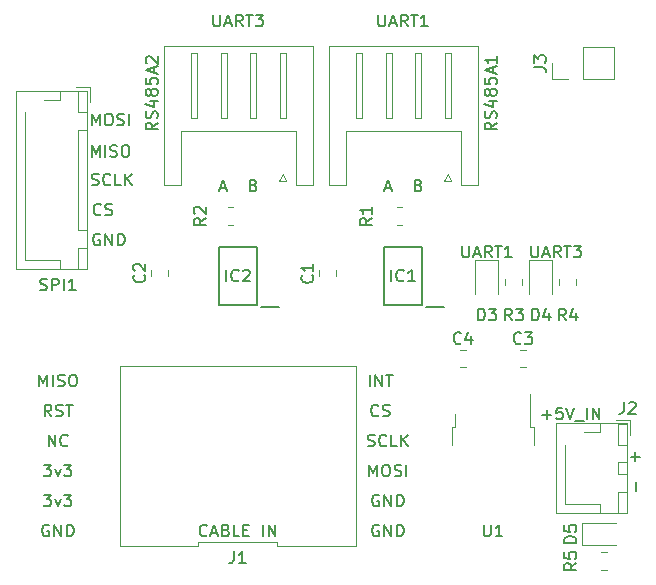
<source format=gto>
G04 #@! TF.GenerationSoftware,KiCad,Pcbnew,(5.1.10)-1*
G04 #@! TF.CreationDate,2021-07-06T11:56:46+05:30*
G04 #@! TF.ProjectId,STM_Morpho,53544d5f-4d6f-4727-9068-6f2e6b696361,rev?*
G04 #@! TF.SameCoordinates,PX7bfa480PY7270e00*
G04 #@! TF.FileFunction,Legend,Top*
G04 #@! TF.FilePolarity,Positive*
%FSLAX46Y46*%
G04 Gerber Fmt 4.6, Leading zero omitted, Abs format (unit mm)*
G04 Created by KiCad (PCBNEW (5.1.10)-1) date 2021-07-06 11:56:46*
%MOMM*%
%LPD*%
G01*
G04 APERTURE LIST*
%ADD10C,0.200000*%
%ADD11C,0.120000*%
G04 APERTURE END LIST*
D10*
X52792571Y27979620D02*
X52792571Y27170096D01*
X52840190Y27074858D01*
X52887809Y27027239D01*
X52983047Y26979620D01*
X53173523Y26979620D01*
X53268761Y27027239D01*
X53316380Y27074858D01*
X53364000Y27170096D01*
X53364000Y27979620D01*
X53792571Y27265334D02*
X54268761Y27265334D01*
X53697333Y26979620D02*
X54030666Y27979620D01*
X54364000Y26979620D01*
X55268761Y26979620D02*
X54935428Y27455810D01*
X54697333Y26979620D02*
X54697333Y27979620D01*
X55078285Y27979620D01*
X55173523Y27932000D01*
X55221142Y27884381D01*
X55268761Y27789143D01*
X55268761Y27646286D01*
X55221142Y27551048D01*
X55173523Y27503429D01*
X55078285Y27455810D01*
X54697333Y27455810D01*
X55554476Y27979620D02*
X56125904Y27979620D01*
X55840190Y26979620D02*
X55840190Y27979620D01*
X56364000Y27979620D02*
X56983047Y27979620D01*
X56649714Y27598667D01*
X56792571Y27598667D01*
X56887809Y27551048D01*
X56935428Y27503429D01*
X56983047Y27408191D01*
X56983047Y27170096D01*
X56935428Y27074858D01*
X56887809Y27027239D01*
X56792571Y26979620D01*
X56506857Y26979620D01*
X56411619Y27027239D01*
X56364000Y27074858D01*
X46950571Y27979620D02*
X46950571Y27170096D01*
X46998190Y27074858D01*
X47045809Y27027239D01*
X47141047Y26979620D01*
X47331523Y26979620D01*
X47426761Y27027239D01*
X47474380Y27074858D01*
X47522000Y27170096D01*
X47522000Y27979620D01*
X47950571Y27265334D02*
X48426761Y27265334D01*
X47855333Y26979620D02*
X48188666Y27979620D01*
X48522000Y26979620D01*
X49426761Y26979620D02*
X49093428Y27455810D01*
X48855333Y26979620D02*
X48855333Y27979620D01*
X49236285Y27979620D01*
X49331523Y27932000D01*
X49379142Y27884381D01*
X49426761Y27789143D01*
X49426761Y27646286D01*
X49379142Y27551048D01*
X49331523Y27503429D01*
X49236285Y27455810D01*
X48855333Y27455810D01*
X49712476Y27979620D02*
X50283904Y27979620D01*
X49998190Y26979620D02*
X49998190Y27979620D01*
X51141047Y26979620D02*
X50569619Y26979620D01*
X50855333Y26979620D02*
X50855333Y27979620D01*
X50760095Y27836762D01*
X50664857Y27741524D01*
X50569619Y27693905D01*
X61666428Y7239048D02*
X61666428Y8000953D01*
X61214047Y10088572D02*
X61975952Y10088572D01*
X61595000Y9707620D02*
X61595000Y10469524D01*
X53705428Y13644572D02*
X54467333Y13644572D01*
X54086380Y13263620D02*
X54086380Y14025524D01*
X55419714Y14263620D02*
X54943523Y14263620D01*
X54895904Y13787429D01*
X54943523Y13835048D01*
X55038761Y13882667D01*
X55276857Y13882667D01*
X55372095Y13835048D01*
X55419714Y13787429D01*
X55467333Y13692191D01*
X55467333Y13454096D01*
X55419714Y13358858D01*
X55372095Y13311239D01*
X55276857Y13263620D01*
X55038761Y13263620D01*
X54943523Y13311239D01*
X54895904Y13358858D01*
X55753047Y14263620D02*
X56086380Y13263620D01*
X56419714Y14263620D01*
X56514952Y13168381D02*
X57276857Y13168381D01*
X57514952Y13263620D02*
X57514952Y14263620D01*
X57991142Y13263620D02*
X57991142Y14263620D01*
X58562571Y13263620D01*
X58562571Y14263620D01*
X25320952Y3452858D02*
X25273333Y3405239D01*
X25130476Y3357620D01*
X25035238Y3357620D01*
X24892380Y3405239D01*
X24797142Y3500477D01*
X24749523Y3595715D01*
X24701904Y3786191D01*
X24701904Y3929048D01*
X24749523Y4119524D01*
X24797142Y4214762D01*
X24892380Y4310000D01*
X25035238Y4357620D01*
X25130476Y4357620D01*
X25273333Y4310000D01*
X25320952Y4262381D01*
X25701904Y3643334D02*
X26178095Y3643334D01*
X25606666Y3357620D02*
X25940000Y4357620D01*
X26273333Y3357620D01*
X26940000Y3881429D02*
X27082857Y3833810D01*
X27130476Y3786191D01*
X27178095Y3690953D01*
X27178095Y3548096D01*
X27130476Y3452858D01*
X27082857Y3405239D01*
X26987619Y3357620D01*
X26606666Y3357620D01*
X26606666Y4357620D01*
X26940000Y4357620D01*
X27035238Y4310000D01*
X27082857Y4262381D01*
X27130476Y4167143D01*
X27130476Y4071905D01*
X27082857Y3976667D01*
X27035238Y3929048D01*
X26940000Y3881429D01*
X26606666Y3881429D01*
X28082857Y3357620D02*
X27606666Y3357620D01*
X27606666Y4357620D01*
X28416190Y3881429D02*
X28749523Y3881429D01*
X28892380Y3357620D02*
X28416190Y3357620D01*
X28416190Y4357620D01*
X28892380Y4357620D01*
X30082857Y3357620D02*
X30082857Y4357620D01*
X30559047Y3357620D02*
X30559047Y4357620D01*
X31130476Y3357620D01*
X31130476Y4357620D01*
X43251428Y33091429D02*
X43394285Y33043810D01*
X43441904Y32996191D01*
X43489523Y32900953D01*
X43489523Y32758096D01*
X43441904Y32662858D01*
X43394285Y32615239D01*
X43299047Y32567620D01*
X42918095Y32567620D01*
X42918095Y33567620D01*
X43251428Y33567620D01*
X43346666Y33520000D01*
X43394285Y33472381D01*
X43441904Y33377143D01*
X43441904Y33281905D01*
X43394285Y33186667D01*
X43346666Y33139048D01*
X43251428Y33091429D01*
X42918095Y33091429D01*
X40401904Y32853334D02*
X40878095Y32853334D01*
X40306666Y32567620D02*
X40640000Y33567620D01*
X40973333Y32567620D01*
X29281428Y33091429D02*
X29424285Y33043810D01*
X29471904Y32996191D01*
X29519523Y32900953D01*
X29519523Y32758096D01*
X29471904Y32662858D01*
X29424285Y32615239D01*
X29329047Y32567620D01*
X28948095Y32567620D01*
X28948095Y33567620D01*
X29281428Y33567620D01*
X29376666Y33520000D01*
X29424285Y33472381D01*
X29471904Y33377143D01*
X29471904Y33281905D01*
X29424285Y33186667D01*
X29376666Y33139048D01*
X29281428Y33091429D01*
X28948095Y33091429D01*
X26431904Y32853334D02*
X26908095Y32853334D01*
X26336666Y32567620D02*
X26670000Y33567620D01*
X27003333Y32567620D01*
X16256095Y28948000D02*
X16160857Y28995620D01*
X16018000Y28995620D01*
X15875142Y28948000D01*
X15779904Y28852762D01*
X15732285Y28757524D01*
X15684666Y28567048D01*
X15684666Y28424191D01*
X15732285Y28233715D01*
X15779904Y28138477D01*
X15875142Y28043239D01*
X16018000Y27995620D01*
X16113238Y27995620D01*
X16256095Y28043239D01*
X16303714Y28090858D01*
X16303714Y28424191D01*
X16113238Y28424191D01*
X16732285Y27995620D02*
X16732285Y28995620D01*
X17303714Y27995620D01*
X17303714Y28995620D01*
X17779904Y27995620D02*
X17779904Y28995620D01*
X18018000Y28995620D01*
X18160857Y28948000D01*
X18256095Y28852762D01*
X18303714Y28757524D01*
X18351333Y28567048D01*
X18351333Y28424191D01*
X18303714Y28233715D01*
X18256095Y28138477D01*
X18160857Y28043239D01*
X18018000Y27995620D01*
X17779904Y27995620D01*
X16343333Y30630858D02*
X16295714Y30583239D01*
X16152857Y30535620D01*
X16057619Y30535620D01*
X15914761Y30583239D01*
X15819523Y30678477D01*
X15771904Y30773715D01*
X15724285Y30964191D01*
X15724285Y31107048D01*
X15771904Y31297524D01*
X15819523Y31392762D01*
X15914761Y31488000D01*
X16057619Y31535620D01*
X16152857Y31535620D01*
X16295714Y31488000D01*
X16343333Y31440381D01*
X16724285Y30583239D02*
X16867142Y30535620D01*
X17105238Y30535620D01*
X17200476Y30583239D01*
X17248095Y30630858D01*
X17295714Y30726096D01*
X17295714Y30821334D01*
X17248095Y30916572D01*
X17200476Y30964191D01*
X17105238Y31011810D01*
X16914761Y31059429D01*
X16819523Y31107048D01*
X16771904Y31154667D01*
X16724285Y31249905D01*
X16724285Y31345143D01*
X16771904Y31440381D01*
X16819523Y31488000D01*
X16914761Y31535620D01*
X17152857Y31535620D01*
X17295714Y31488000D01*
X15581523Y33123239D02*
X15724380Y33075620D01*
X15962476Y33075620D01*
X16057714Y33123239D01*
X16105333Y33170858D01*
X16152952Y33266096D01*
X16152952Y33361334D01*
X16105333Y33456572D01*
X16057714Y33504191D01*
X15962476Y33551810D01*
X15772000Y33599429D01*
X15676761Y33647048D01*
X15629142Y33694667D01*
X15581523Y33789905D01*
X15581523Y33885143D01*
X15629142Y33980381D01*
X15676761Y34028000D01*
X15772000Y34075620D01*
X16010095Y34075620D01*
X16152952Y34028000D01*
X17152952Y33170858D02*
X17105333Y33123239D01*
X16962476Y33075620D01*
X16867238Y33075620D01*
X16724380Y33123239D01*
X16629142Y33218477D01*
X16581523Y33313715D01*
X16533904Y33504191D01*
X16533904Y33647048D01*
X16581523Y33837524D01*
X16629142Y33932762D01*
X16724380Y34028000D01*
X16867238Y34075620D01*
X16962476Y34075620D01*
X17105333Y34028000D01*
X17152952Y33980381D01*
X18057714Y33075620D02*
X17581523Y33075620D01*
X17581523Y34075620D01*
X18391047Y33075620D02*
X18391047Y34075620D01*
X18962476Y33075620D02*
X18533904Y33647048D01*
X18962476Y34075620D02*
X18391047Y33504191D01*
X15573571Y35488620D02*
X15573571Y36488620D01*
X15906904Y35774334D01*
X16240238Y36488620D01*
X16240238Y35488620D01*
X16716428Y35488620D02*
X16716428Y36488620D01*
X17145000Y35536239D02*
X17287857Y35488620D01*
X17525952Y35488620D01*
X17621190Y35536239D01*
X17668809Y35583858D01*
X17716428Y35679096D01*
X17716428Y35774334D01*
X17668809Y35869572D01*
X17621190Y35917191D01*
X17525952Y35964810D01*
X17335476Y36012429D01*
X17240238Y36060048D01*
X17192619Y36107667D01*
X17145000Y36202905D01*
X17145000Y36298143D01*
X17192619Y36393381D01*
X17240238Y36441000D01*
X17335476Y36488620D01*
X17573571Y36488620D01*
X17716428Y36441000D01*
X18335476Y36488620D02*
X18525952Y36488620D01*
X18621190Y36441000D01*
X18716428Y36345762D01*
X18764047Y36155286D01*
X18764047Y35821953D01*
X18716428Y35631477D01*
X18621190Y35536239D01*
X18525952Y35488620D01*
X18335476Y35488620D01*
X18240238Y35536239D01*
X18145000Y35631477D01*
X18097380Y35821953D01*
X18097380Y36155286D01*
X18145000Y36345762D01*
X18240238Y36441000D01*
X18335476Y36488620D01*
X15573571Y38155620D02*
X15573571Y39155620D01*
X15906904Y38441334D01*
X16240238Y39155620D01*
X16240238Y38155620D01*
X16906904Y39155620D02*
X17097380Y39155620D01*
X17192619Y39108000D01*
X17287857Y39012762D01*
X17335476Y38822286D01*
X17335476Y38488953D01*
X17287857Y38298477D01*
X17192619Y38203239D01*
X17097380Y38155620D01*
X16906904Y38155620D01*
X16811666Y38203239D01*
X16716428Y38298477D01*
X16668809Y38488953D01*
X16668809Y38822286D01*
X16716428Y39012762D01*
X16811666Y39108000D01*
X16906904Y39155620D01*
X17716428Y38203239D02*
X17859285Y38155620D01*
X18097380Y38155620D01*
X18192619Y38203239D01*
X18240238Y38250858D01*
X18287857Y38346096D01*
X18287857Y38441334D01*
X18240238Y38536572D01*
X18192619Y38584191D01*
X18097380Y38631810D01*
X17906904Y38679429D01*
X17811666Y38727048D01*
X17764047Y38774667D01*
X17716428Y38869905D01*
X17716428Y38965143D01*
X17764047Y39060381D01*
X17811666Y39108000D01*
X17906904Y39155620D01*
X18145000Y39155620D01*
X18287857Y39108000D01*
X18716428Y38155620D02*
X18716428Y39155620D01*
X25868571Y47537620D02*
X25868571Y46728096D01*
X25916190Y46632858D01*
X25963809Y46585239D01*
X26059047Y46537620D01*
X26249523Y46537620D01*
X26344761Y46585239D01*
X26392380Y46632858D01*
X26440000Y46728096D01*
X26440000Y47537620D01*
X26868571Y46823334D02*
X27344761Y46823334D01*
X26773333Y46537620D02*
X27106666Y47537620D01*
X27440000Y46537620D01*
X28344761Y46537620D02*
X28011428Y47013810D01*
X27773333Y46537620D02*
X27773333Y47537620D01*
X28154285Y47537620D01*
X28249523Y47490000D01*
X28297142Y47442381D01*
X28344761Y47347143D01*
X28344761Y47204286D01*
X28297142Y47109048D01*
X28249523Y47061429D01*
X28154285Y47013810D01*
X27773333Y47013810D01*
X28630476Y47537620D02*
X29201904Y47537620D01*
X28916190Y46537620D02*
X28916190Y47537620D01*
X29440000Y47537620D02*
X30059047Y47537620D01*
X29725714Y47156667D01*
X29868571Y47156667D01*
X29963809Y47109048D01*
X30011428Y47061429D01*
X30059047Y46966191D01*
X30059047Y46728096D01*
X30011428Y46632858D01*
X29963809Y46585239D01*
X29868571Y46537620D01*
X29582857Y46537620D01*
X29487619Y46585239D01*
X29440000Y46632858D01*
X39838571Y47537620D02*
X39838571Y46728096D01*
X39886190Y46632858D01*
X39933809Y46585239D01*
X40029047Y46537620D01*
X40219523Y46537620D01*
X40314761Y46585239D01*
X40362380Y46632858D01*
X40410000Y46728096D01*
X40410000Y47537620D01*
X40838571Y46823334D02*
X41314761Y46823334D01*
X40743333Y46537620D02*
X41076666Y47537620D01*
X41410000Y46537620D01*
X42314761Y46537620D02*
X41981428Y47013810D01*
X41743333Y46537620D02*
X41743333Y47537620D01*
X42124285Y47537620D01*
X42219523Y47490000D01*
X42267142Y47442381D01*
X42314761Y47347143D01*
X42314761Y47204286D01*
X42267142Y47109048D01*
X42219523Y47061429D01*
X42124285Y47013810D01*
X41743333Y47013810D01*
X42600476Y47537620D02*
X43171904Y47537620D01*
X42886190Y46537620D02*
X42886190Y47537620D01*
X44029047Y46537620D02*
X43457619Y46537620D01*
X43743333Y46537620D02*
X43743333Y47537620D01*
X43648095Y47394762D01*
X43552857Y47299524D01*
X43457619Y47251905D01*
D11*
G04 #@! TO.C,RS485A2*
X31450000Y33460000D02*
X31750000Y34060000D01*
X32050000Y33460000D02*
X31450000Y33460000D01*
X31750000Y34060000D02*
X32050000Y33460000D01*
X24000000Y38760000D02*
X24500000Y38760000D01*
X24000000Y44260000D02*
X24000000Y38760000D01*
X24500000Y44260000D02*
X24000000Y44260000D01*
X24500000Y38760000D02*
X24500000Y44260000D01*
X26500000Y38760000D02*
X27000000Y38760000D01*
X26500000Y44260000D02*
X26500000Y38760000D01*
X27000000Y44260000D02*
X26500000Y44260000D01*
X27000000Y38760000D02*
X27000000Y44260000D01*
X29000000Y38760000D02*
X29500000Y38760000D01*
X29000000Y44260000D02*
X29000000Y38760000D01*
X29500000Y44260000D02*
X29000000Y44260000D01*
X29500000Y38760000D02*
X29500000Y44260000D01*
X31500000Y38760000D02*
X32000000Y38760000D01*
X31500000Y44260000D02*
X31500000Y38760000D01*
X32000000Y44260000D02*
X31500000Y44260000D01*
X32000000Y38760000D02*
X32000000Y44260000D01*
X23110000Y37650000D02*
X28000000Y37650000D01*
X23110000Y33150000D02*
X23110000Y37650000D01*
X21690000Y33150000D02*
X23110000Y33150000D01*
X21690000Y44870000D02*
X21690000Y33150000D01*
X28000000Y44870000D02*
X21690000Y44870000D01*
X32890000Y37650000D02*
X28000000Y37650000D01*
X32890000Y33150000D02*
X32890000Y37650000D01*
X34310000Y33150000D02*
X32890000Y33150000D01*
X34310000Y44870000D02*
X34310000Y33150000D01*
X28000000Y44870000D02*
X34310000Y44870000D01*
G04 #@! TO.C,R5*
X58716936Y535000D02*
X59171064Y535000D01*
X58716936Y2005000D02*
X59171064Y2005000D01*
G04 #@! TO.C,R4*
X55145000Y25135064D02*
X55145000Y24680936D01*
X56615000Y25135064D02*
X56615000Y24680936D01*
G04 #@! TO.C,R3*
X50573000Y25135064D02*
X50573000Y24680936D01*
X52043000Y25135064D02*
X52043000Y24680936D01*
G04 #@! TO.C,R2*
X27532064Y31215000D02*
X27077936Y31215000D01*
X27532064Y29745000D02*
X27077936Y29745000D01*
G04 #@! TO.C,D5*
X57059000Y2596000D02*
X59919000Y2596000D01*
X57059000Y4516000D02*
X57059000Y2596000D01*
X59919000Y4516000D02*
X57059000Y4516000D01*
G04 #@! TO.C,D4*
X52634000Y26743000D02*
X52634000Y23883000D01*
X54554000Y26743000D02*
X52634000Y26743000D01*
X54554000Y23883000D02*
X54554000Y26743000D01*
G04 #@! TO.C,D3*
X48062000Y26743000D02*
X48062000Y23883000D01*
X49982000Y26743000D02*
X48062000Y26743000D01*
X49982000Y23883000D02*
X49982000Y26743000D01*
G04 #@! TO.C,C2*
X22071000Y25392748D02*
X22071000Y25915252D01*
X20601000Y25392748D02*
X20601000Y25915252D01*
G04 #@! TO.C,J3*
X54550000Y42104000D02*
X54550000Y43434000D01*
X55880000Y42104000D02*
X54550000Y42104000D01*
X57150000Y42104000D02*
X57150000Y44764000D01*
X57150000Y44764000D02*
X59750000Y44764000D01*
X57150000Y42104000D02*
X59750000Y42104000D01*
X59750000Y42104000D02*
X59750000Y44764000D01*
G04 #@! TO.C,J1*
X37940000Y2560000D02*
X37940000Y17759999D01*
X37940000Y17759999D02*
X17940000Y17760000D01*
X17940000Y17760000D02*
X17940000Y2560001D01*
X17940000Y2560001D02*
X24606667Y2560000D01*
X24606667Y2560000D02*
X24606667Y2920000D01*
X24606667Y2920000D02*
X31273333Y2920000D01*
X31273333Y2920000D02*
X31273333Y2560000D01*
X31273333Y2560000D02*
X37940000Y2560000D01*
G04 #@! TO.C,SPI1*
X15450000Y41378000D02*
X14200000Y41378000D01*
X15450000Y40128000D02*
X15450000Y41378000D01*
X9950000Y26728000D02*
X9950000Y33528000D01*
X12900000Y26728000D02*
X9950000Y26728000D01*
X12900000Y25978000D02*
X12900000Y26728000D01*
X9950000Y33528000D02*
X9950000Y39268000D01*
X12900000Y40328000D02*
X11560000Y40328000D01*
X12900000Y41078000D02*
X12900000Y40328000D01*
X15150000Y25978000D02*
X15150000Y27778000D01*
X14400000Y25978000D02*
X15150000Y25978000D01*
X14400000Y27778000D02*
X14400000Y25978000D01*
X15150000Y27778000D02*
X14400000Y27778000D01*
X15150000Y39278000D02*
X15150000Y41078000D01*
X14400000Y39278000D02*
X15150000Y39278000D01*
X14400000Y41078000D02*
X14400000Y39278000D01*
X15150000Y41078000D02*
X14400000Y41078000D01*
X15150000Y29278000D02*
X15150000Y37778000D01*
X14400000Y29278000D02*
X15150000Y29278000D01*
X14400000Y37778000D02*
X14400000Y29278000D01*
X15150000Y37778000D02*
X14400000Y37778000D01*
X15160000Y25968000D02*
X15160000Y41088000D01*
X9190000Y25968000D02*
X15160000Y25968000D01*
X9190000Y41088000D02*
X9190000Y25968000D01*
X15160000Y41088000D02*
X9190000Y41088000D01*
G04 #@! TO.C,U1*
X46350000Y12630000D02*
X46350000Y13730000D01*
X46080000Y12630000D02*
X46350000Y12630000D01*
X46080000Y11130000D02*
X46080000Y12630000D01*
X52710000Y12630000D02*
X52710000Y15460000D01*
X52980000Y12630000D02*
X52710000Y12630000D01*
X52980000Y11130000D02*
X52980000Y12630000D01*
G04 #@! TO.C,J2*
X61170000Y13224000D02*
X59920000Y13224000D01*
X61170000Y11974000D02*
X61170000Y13224000D01*
X55670000Y6074000D02*
X55670000Y9124000D01*
X58620000Y6074000D02*
X55670000Y6074000D01*
X58620000Y5324000D02*
X58620000Y6074000D01*
X55670000Y9124000D02*
X55670000Y11114000D01*
X58620000Y12174000D02*
X57280000Y12174000D01*
X58620000Y12924000D02*
X58620000Y12174000D01*
X60870000Y5324000D02*
X60870000Y7124000D01*
X60120000Y5324000D02*
X60870000Y5324000D01*
X60120000Y7124000D02*
X60120000Y5324000D01*
X60870000Y7124000D02*
X60120000Y7124000D01*
X60870000Y11124000D02*
X60870000Y12924000D01*
X60120000Y11124000D02*
X60870000Y11124000D01*
X60120000Y12924000D02*
X60120000Y11124000D01*
X60870000Y12924000D02*
X60120000Y12924000D01*
X60870000Y8624000D02*
X60870000Y9624000D01*
X60120000Y8624000D02*
X60870000Y8624000D01*
X60120000Y9624000D02*
X60120000Y8624000D01*
X60870000Y9624000D02*
X60120000Y9624000D01*
X60880000Y5314000D02*
X60880000Y12934000D01*
X54910000Y5314000D02*
X60880000Y5314000D01*
X54910000Y12934000D02*
X54910000Y5314000D01*
X60880000Y12934000D02*
X54910000Y12934000D01*
G04 #@! TO.C,C4*
X46728748Y17680000D02*
X47251252Y17680000D01*
X46728748Y19150000D02*
X47251252Y19150000D01*
G04 #@! TO.C,C3*
X51808748Y17680000D02*
X52331252Y17680000D01*
X51808748Y19150000D02*
X52331252Y19150000D01*
G04 #@! TO.C,R1*
X41867064Y31215000D02*
X41412936Y31215000D01*
X41867064Y29745000D02*
X41412936Y29745000D01*
G04 #@! TO.C,C1*
X36295000Y25371248D02*
X36295000Y25893752D01*
X34825000Y25371248D02*
X34825000Y25893752D01*
D10*
G04 #@! TO.C,IC1*
X45385000Y22820000D02*
X43860000Y22820000D01*
X43510000Y27850000D02*
X43510000Y22950000D01*
X40310000Y27850000D02*
X43510000Y27850000D01*
X40310000Y22950000D02*
X40310000Y27850000D01*
X43510000Y22950000D02*
X40310000Y22950000D01*
G04 #@! TO.C,IC2*
X29540000Y22950000D02*
X26340000Y22950000D01*
X26340000Y22950000D02*
X26340000Y27850000D01*
X26340000Y27850000D02*
X29540000Y27850000D01*
X29540000Y27850000D02*
X29540000Y22950000D01*
X31415000Y22820000D02*
X29890000Y22820000D01*
D11*
G04 #@! TO.C,RS485A1*
X45420000Y33460000D02*
X45720000Y34060000D01*
X46020000Y33460000D02*
X45420000Y33460000D01*
X45720000Y34060000D02*
X46020000Y33460000D01*
X37970000Y38760000D02*
X38470000Y38760000D01*
X37970000Y44260000D02*
X37970000Y38760000D01*
X38470000Y44260000D02*
X37970000Y44260000D01*
X38470000Y38760000D02*
X38470000Y44260000D01*
X40470000Y38760000D02*
X40970000Y38760000D01*
X40470000Y44260000D02*
X40470000Y38760000D01*
X40970000Y44260000D02*
X40470000Y44260000D01*
X40970000Y38760000D02*
X40970000Y44260000D01*
X42970000Y38760000D02*
X43470000Y38760000D01*
X42970000Y44260000D02*
X42970000Y38760000D01*
X43470000Y44260000D02*
X42970000Y44260000D01*
X43470000Y38760000D02*
X43470000Y44260000D01*
X45470000Y38760000D02*
X45970000Y38760000D01*
X45470000Y44260000D02*
X45470000Y38760000D01*
X45970000Y44260000D02*
X45470000Y44260000D01*
X45970000Y38760000D02*
X45970000Y44260000D01*
X37080000Y37650000D02*
X41970000Y37650000D01*
X37080000Y33150000D02*
X37080000Y37650000D01*
X35660000Y33150000D02*
X37080000Y33150000D01*
X35660000Y44870000D02*
X35660000Y33150000D01*
X41970000Y44870000D02*
X35660000Y44870000D01*
X46860000Y37650000D02*
X41970000Y37650000D01*
X46860000Y33150000D02*
X46860000Y37650000D01*
X48280000Y33150000D02*
X46860000Y33150000D01*
X48280000Y44870000D02*
X48280000Y33150000D01*
X41970000Y44870000D02*
X48280000Y44870000D01*
G04 #@! TO.C,RS485A2*
D10*
X21153380Y38394000D02*
X20677190Y38060667D01*
X21153380Y37822572D02*
X20153380Y37822572D01*
X20153380Y38203524D01*
X20201000Y38298762D01*
X20248619Y38346381D01*
X20343857Y38394000D01*
X20486714Y38394000D01*
X20581952Y38346381D01*
X20629571Y38298762D01*
X20677190Y38203524D01*
X20677190Y37822572D01*
X21105761Y38774953D02*
X21153380Y38917810D01*
X21153380Y39155905D01*
X21105761Y39251143D01*
X21058142Y39298762D01*
X20962904Y39346381D01*
X20867666Y39346381D01*
X20772428Y39298762D01*
X20724809Y39251143D01*
X20677190Y39155905D01*
X20629571Y38965429D01*
X20581952Y38870191D01*
X20534333Y38822572D01*
X20439095Y38774953D01*
X20343857Y38774953D01*
X20248619Y38822572D01*
X20201000Y38870191D01*
X20153380Y38965429D01*
X20153380Y39203524D01*
X20201000Y39346381D01*
X20486714Y40203524D02*
X21153380Y40203524D01*
X20105761Y39965429D02*
X20820047Y39727334D01*
X20820047Y40346381D01*
X20581952Y40870191D02*
X20534333Y40774953D01*
X20486714Y40727334D01*
X20391476Y40679715D01*
X20343857Y40679715D01*
X20248619Y40727334D01*
X20201000Y40774953D01*
X20153380Y40870191D01*
X20153380Y41060667D01*
X20201000Y41155905D01*
X20248619Y41203524D01*
X20343857Y41251143D01*
X20391476Y41251143D01*
X20486714Y41203524D01*
X20534333Y41155905D01*
X20581952Y41060667D01*
X20581952Y40870191D01*
X20629571Y40774953D01*
X20677190Y40727334D01*
X20772428Y40679715D01*
X20962904Y40679715D01*
X21058142Y40727334D01*
X21105761Y40774953D01*
X21153380Y40870191D01*
X21153380Y41060667D01*
X21105761Y41155905D01*
X21058142Y41203524D01*
X20962904Y41251143D01*
X20772428Y41251143D01*
X20677190Y41203524D01*
X20629571Y41155905D01*
X20581952Y41060667D01*
X20153380Y42155905D02*
X20153380Y41679715D01*
X20629571Y41632096D01*
X20581952Y41679715D01*
X20534333Y41774953D01*
X20534333Y42013048D01*
X20581952Y42108286D01*
X20629571Y42155905D01*
X20724809Y42203524D01*
X20962904Y42203524D01*
X21058142Y42155905D01*
X21105761Y42108286D01*
X21153380Y42013048D01*
X21153380Y41774953D01*
X21105761Y41679715D01*
X21058142Y41632096D01*
X20867666Y42584477D02*
X20867666Y43060667D01*
X21153380Y42489239D02*
X20153380Y42822572D01*
X21153380Y43155905D01*
X20248619Y43441620D02*
X20201000Y43489239D01*
X20153380Y43584477D01*
X20153380Y43822572D01*
X20201000Y43917810D01*
X20248619Y43965429D01*
X20343857Y44013048D01*
X20439095Y44013048D01*
X20581952Y43965429D01*
X21153380Y43394000D01*
X21153380Y44013048D01*
G04 #@! TO.C,R5*
X56586380Y1103334D02*
X56110190Y770000D01*
X56586380Y531905D02*
X55586380Y531905D01*
X55586380Y912858D01*
X55634000Y1008096D01*
X55681619Y1055715D01*
X55776857Y1103334D01*
X55919714Y1103334D01*
X56014952Y1055715D01*
X56062571Y1008096D01*
X56110190Y912858D01*
X56110190Y531905D01*
X55586380Y2008096D02*
X55586380Y1531905D01*
X56062571Y1484286D01*
X56014952Y1531905D01*
X55967333Y1627143D01*
X55967333Y1865239D01*
X56014952Y1960477D01*
X56062571Y2008096D01*
X56157809Y2055715D01*
X56395904Y2055715D01*
X56491142Y2008096D01*
X56538761Y1960477D01*
X56586380Y1865239D01*
X56586380Y1627143D01*
X56538761Y1531905D01*
X56491142Y1484286D01*
G04 #@! TO.C,R4*
X55713333Y21645620D02*
X55380000Y22121810D01*
X55141904Y21645620D02*
X55141904Y22645620D01*
X55522857Y22645620D01*
X55618095Y22598000D01*
X55665714Y22550381D01*
X55713333Y22455143D01*
X55713333Y22312286D01*
X55665714Y22217048D01*
X55618095Y22169429D01*
X55522857Y22121810D01*
X55141904Y22121810D01*
X56570476Y22312286D02*
X56570476Y21645620D01*
X56332380Y22693239D02*
X56094285Y21978953D01*
X56713333Y21978953D01*
G04 #@! TO.C,R3*
X51141333Y21645620D02*
X50808000Y22121810D01*
X50569904Y21645620D02*
X50569904Y22645620D01*
X50950857Y22645620D01*
X51046095Y22598000D01*
X51093714Y22550381D01*
X51141333Y22455143D01*
X51141333Y22312286D01*
X51093714Y22217048D01*
X51046095Y22169429D01*
X50950857Y22121810D01*
X50569904Y22121810D01*
X51474666Y22645620D02*
X52093714Y22645620D01*
X51760380Y22264667D01*
X51903238Y22264667D01*
X51998476Y22217048D01*
X52046095Y22169429D01*
X52093714Y22074191D01*
X52093714Y21836096D01*
X52046095Y21740858D01*
X51998476Y21693239D01*
X51903238Y21645620D01*
X51617523Y21645620D01*
X51522285Y21693239D01*
X51474666Y21740858D01*
G04 #@! TO.C,R2*
X25217380Y30313334D02*
X24741190Y29980000D01*
X25217380Y29741905D02*
X24217380Y29741905D01*
X24217380Y30122858D01*
X24265000Y30218096D01*
X24312619Y30265715D01*
X24407857Y30313334D01*
X24550714Y30313334D01*
X24645952Y30265715D01*
X24693571Y30218096D01*
X24741190Y30122858D01*
X24741190Y29741905D01*
X24312619Y30694286D02*
X24265000Y30741905D01*
X24217380Y30837143D01*
X24217380Y31075239D01*
X24265000Y31170477D01*
X24312619Y31218096D01*
X24407857Y31265715D01*
X24503095Y31265715D01*
X24645952Y31218096D01*
X25217380Y30646667D01*
X25217380Y31265715D01*
G04 #@! TO.C,D5*
X56586380Y2817905D02*
X55586380Y2817905D01*
X55586380Y3056000D01*
X55634000Y3198858D01*
X55729238Y3294096D01*
X55824476Y3341715D01*
X56014952Y3389334D01*
X56157809Y3389334D01*
X56348285Y3341715D01*
X56443523Y3294096D01*
X56538761Y3198858D01*
X56586380Y3056000D01*
X56586380Y2817905D01*
X55586380Y4294096D02*
X55586380Y3817905D01*
X56062571Y3770286D01*
X56014952Y3817905D01*
X55967333Y3913143D01*
X55967333Y4151239D01*
X56014952Y4246477D01*
X56062571Y4294096D01*
X56157809Y4341715D01*
X56395904Y4341715D01*
X56491142Y4294096D01*
X56538761Y4246477D01*
X56586380Y4151239D01*
X56586380Y3913143D01*
X56538761Y3817905D01*
X56491142Y3770286D01*
G04 #@! TO.C,D4*
X52855904Y21645620D02*
X52855904Y22645620D01*
X53094000Y22645620D01*
X53236857Y22598000D01*
X53332095Y22502762D01*
X53379714Y22407524D01*
X53427333Y22217048D01*
X53427333Y22074191D01*
X53379714Y21883715D01*
X53332095Y21788477D01*
X53236857Y21693239D01*
X53094000Y21645620D01*
X52855904Y21645620D01*
X54284476Y22312286D02*
X54284476Y21645620D01*
X54046380Y22693239D02*
X53808285Y21978953D01*
X54427333Y21978953D01*
G04 #@! TO.C,D3*
X48283904Y21645620D02*
X48283904Y22645620D01*
X48522000Y22645620D01*
X48664857Y22598000D01*
X48760095Y22502762D01*
X48807714Y22407524D01*
X48855333Y22217048D01*
X48855333Y22074191D01*
X48807714Y21883715D01*
X48760095Y21788477D01*
X48664857Y21693239D01*
X48522000Y21645620D01*
X48283904Y21645620D01*
X49188666Y22645620D02*
X49807714Y22645620D01*
X49474380Y22264667D01*
X49617238Y22264667D01*
X49712476Y22217048D01*
X49760095Y22169429D01*
X49807714Y22074191D01*
X49807714Y21836096D01*
X49760095Y21740858D01*
X49712476Y21693239D01*
X49617238Y21645620D01*
X49331523Y21645620D01*
X49236285Y21693239D01*
X49188666Y21740858D01*
G04 #@! TO.C,C2*
X20013142Y25487334D02*
X20060761Y25439715D01*
X20108380Y25296858D01*
X20108380Y25201620D01*
X20060761Y25058762D01*
X19965523Y24963524D01*
X19870285Y24915905D01*
X19679809Y24868286D01*
X19536952Y24868286D01*
X19346476Y24915905D01*
X19251238Y24963524D01*
X19156000Y25058762D01*
X19108380Y25201620D01*
X19108380Y25296858D01*
X19156000Y25439715D01*
X19203619Y25487334D01*
X19203619Y25868286D02*
X19156000Y25915905D01*
X19108380Y26011143D01*
X19108380Y26249239D01*
X19156000Y26344477D01*
X19203619Y26392096D01*
X19298857Y26439715D01*
X19394095Y26439715D01*
X19536952Y26392096D01*
X20108380Y25820667D01*
X20108380Y26439715D01*
G04 #@! TO.C,J3*
X53002380Y43100667D02*
X53716666Y43100667D01*
X53859523Y43053048D01*
X53954761Y42957810D01*
X54002380Y42814953D01*
X54002380Y42719715D01*
X53002380Y43481620D02*
X53002380Y44100667D01*
X53383333Y43767334D01*
X53383333Y43910191D01*
X53430952Y44005429D01*
X53478571Y44053048D01*
X53573809Y44100667D01*
X53811904Y44100667D01*
X53907142Y44053048D01*
X53954761Y44005429D01*
X54002380Y43910191D01*
X54002380Y43624477D01*
X53954761Y43529239D01*
X53907142Y43481620D01*
G04 #@! TO.C,J1*
X27606666Y2107620D02*
X27606666Y1393334D01*
X27559047Y1250477D01*
X27463809Y1155239D01*
X27320952Y1107620D01*
X27225714Y1107620D01*
X28606666Y1107620D02*
X28035238Y1107620D01*
X28320952Y1107620D02*
X28320952Y2107620D01*
X28225714Y1964762D01*
X28130476Y1869524D01*
X28035238Y1821905D01*
X11128571Y16057620D02*
X11128571Y17057620D01*
X11461904Y16343334D01*
X11795238Y17057620D01*
X11795238Y16057620D01*
X12271428Y16057620D02*
X12271428Y17057620D01*
X12700000Y16105239D02*
X12842857Y16057620D01*
X13080952Y16057620D01*
X13176190Y16105239D01*
X13223809Y16152858D01*
X13271428Y16248096D01*
X13271428Y16343334D01*
X13223809Y16438572D01*
X13176190Y16486191D01*
X13080952Y16533810D01*
X12890476Y16581429D01*
X12795238Y16629048D01*
X12747619Y16676667D01*
X12700000Y16771905D01*
X12700000Y16867143D01*
X12747619Y16962381D01*
X12795238Y17010000D01*
X12890476Y17057620D01*
X13128571Y17057620D01*
X13271428Y17010000D01*
X13890476Y17057620D02*
X14080952Y17057620D01*
X14176190Y17010000D01*
X14271428Y16914762D01*
X14319047Y16724286D01*
X14319047Y16390953D01*
X14271428Y16200477D01*
X14176190Y16105239D01*
X14080952Y16057620D01*
X13890476Y16057620D01*
X13795238Y16105239D01*
X13700000Y16200477D01*
X13652380Y16390953D01*
X13652380Y16724286D01*
X13700000Y16914762D01*
X13795238Y17010000D01*
X13890476Y17057620D01*
X12152380Y13517620D02*
X11819047Y13993810D01*
X11580952Y13517620D02*
X11580952Y14517620D01*
X11961904Y14517620D01*
X12057142Y14470000D01*
X12104761Y14422381D01*
X12152380Y14327143D01*
X12152380Y14184286D01*
X12104761Y14089048D01*
X12057142Y14041429D01*
X11961904Y13993810D01*
X11580952Y13993810D01*
X12533333Y13565239D02*
X12676190Y13517620D01*
X12914285Y13517620D01*
X13009523Y13565239D01*
X13057142Y13612858D01*
X13104761Y13708096D01*
X13104761Y13803334D01*
X13057142Y13898572D01*
X13009523Y13946191D01*
X12914285Y13993810D01*
X12723809Y14041429D01*
X12628571Y14089048D01*
X12580952Y14136667D01*
X12533333Y14231905D01*
X12533333Y14327143D01*
X12580952Y14422381D01*
X12628571Y14470000D01*
X12723809Y14517620D01*
X12961904Y14517620D01*
X13104761Y14470000D01*
X13390476Y14517620D02*
X13961904Y14517620D01*
X13676190Y13517620D02*
X13676190Y14517620D01*
X11914285Y10977620D02*
X11914285Y11977620D01*
X12485714Y10977620D01*
X12485714Y11977620D01*
X13533333Y11072858D02*
X13485714Y11025239D01*
X13342857Y10977620D01*
X13247619Y10977620D01*
X13104761Y11025239D01*
X13009523Y11120477D01*
X12961904Y11215715D01*
X12914285Y11406191D01*
X12914285Y11549048D01*
X12961904Y11739524D01*
X13009523Y11834762D01*
X13104761Y11930000D01*
X13247619Y11977620D01*
X13342857Y11977620D01*
X13485714Y11930000D01*
X13533333Y11882381D01*
X11509523Y9437620D02*
X12128571Y9437620D01*
X11795238Y9056667D01*
X11938095Y9056667D01*
X12033333Y9009048D01*
X12080952Y8961429D01*
X12128571Y8866191D01*
X12128571Y8628096D01*
X12080952Y8532858D01*
X12033333Y8485239D01*
X11938095Y8437620D01*
X11652380Y8437620D01*
X11557142Y8485239D01*
X11509523Y8532858D01*
X12461904Y9104286D02*
X12700000Y8437620D01*
X12938095Y9104286D01*
X13223809Y9437620D02*
X13842857Y9437620D01*
X13509523Y9056667D01*
X13652380Y9056667D01*
X13747619Y9009048D01*
X13795238Y8961429D01*
X13842857Y8866191D01*
X13842857Y8628096D01*
X13795238Y8532858D01*
X13747619Y8485239D01*
X13652380Y8437620D01*
X13366666Y8437620D01*
X13271428Y8485239D01*
X13223809Y8532858D01*
X11509523Y6897620D02*
X12128571Y6897620D01*
X11795238Y6516667D01*
X11938095Y6516667D01*
X12033333Y6469048D01*
X12080952Y6421429D01*
X12128571Y6326191D01*
X12128571Y6088096D01*
X12080952Y5992858D01*
X12033333Y5945239D01*
X11938095Y5897620D01*
X11652380Y5897620D01*
X11557142Y5945239D01*
X11509523Y5992858D01*
X12461904Y6564286D02*
X12700000Y5897620D01*
X12938095Y6564286D01*
X13223809Y6897620D02*
X13842857Y6897620D01*
X13509523Y6516667D01*
X13652380Y6516667D01*
X13747619Y6469048D01*
X13795238Y6421429D01*
X13842857Y6326191D01*
X13842857Y6088096D01*
X13795238Y5992858D01*
X13747619Y5945239D01*
X13652380Y5897620D01*
X13366666Y5897620D01*
X13271428Y5945239D01*
X13223809Y5992858D01*
X11938095Y4310000D02*
X11842857Y4357620D01*
X11700000Y4357620D01*
X11557142Y4310000D01*
X11461904Y4214762D01*
X11414285Y4119524D01*
X11366666Y3929048D01*
X11366666Y3786191D01*
X11414285Y3595715D01*
X11461904Y3500477D01*
X11557142Y3405239D01*
X11700000Y3357620D01*
X11795238Y3357620D01*
X11938095Y3405239D01*
X11985714Y3452858D01*
X11985714Y3786191D01*
X11795238Y3786191D01*
X12414285Y3357620D02*
X12414285Y4357620D01*
X12985714Y3357620D01*
X12985714Y4357620D01*
X13461904Y3357620D02*
X13461904Y4357620D01*
X13700000Y4357620D01*
X13842857Y4310000D01*
X13938095Y4214762D01*
X13985714Y4119524D01*
X14033333Y3929048D01*
X14033333Y3786191D01*
X13985714Y3595715D01*
X13938095Y3500477D01*
X13842857Y3405239D01*
X13700000Y3357620D01*
X13461904Y3357620D01*
X39100238Y16057620D02*
X39100238Y17057620D01*
X39576428Y16057620D02*
X39576428Y17057620D01*
X40147857Y16057620D01*
X40147857Y17057620D01*
X40481190Y17057620D02*
X41052619Y17057620D01*
X40766904Y16057620D02*
X40766904Y17057620D01*
X39838333Y13612858D02*
X39790714Y13565239D01*
X39647857Y13517620D01*
X39552619Y13517620D01*
X39409761Y13565239D01*
X39314523Y13660477D01*
X39266904Y13755715D01*
X39219285Y13946191D01*
X39219285Y14089048D01*
X39266904Y14279524D01*
X39314523Y14374762D01*
X39409761Y14470000D01*
X39552619Y14517620D01*
X39647857Y14517620D01*
X39790714Y14470000D01*
X39838333Y14422381D01*
X40219285Y13565239D02*
X40362142Y13517620D01*
X40600238Y13517620D01*
X40695476Y13565239D01*
X40743095Y13612858D01*
X40790714Y13708096D01*
X40790714Y13803334D01*
X40743095Y13898572D01*
X40695476Y13946191D01*
X40600238Y13993810D01*
X40409761Y14041429D01*
X40314523Y14089048D01*
X40266904Y14136667D01*
X40219285Y14231905D01*
X40219285Y14327143D01*
X40266904Y14422381D01*
X40314523Y14470000D01*
X40409761Y14517620D01*
X40647857Y14517620D01*
X40790714Y14470000D01*
X38949523Y11025239D02*
X39092380Y10977620D01*
X39330476Y10977620D01*
X39425714Y11025239D01*
X39473333Y11072858D01*
X39520952Y11168096D01*
X39520952Y11263334D01*
X39473333Y11358572D01*
X39425714Y11406191D01*
X39330476Y11453810D01*
X39140000Y11501429D01*
X39044761Y11549048D01*
X38997142Y11596667D01*
X38949523Y11691905D01*
X38949523Y11787143D01*
X38997142Y11882381D01*
X39044761Y11930000D01*
X39140000Y11977620D01*
X39378095Y11977620D01*
X39520952Y11930000D01*
X40520952Y11072858D02*
X40473333Y11025239D01*
X40330476Y10977620D01*
X40235238Y10977620D01*
X40092380Y11025239D01*
X39997142Y11120477D01*
X39949523Y11215715D01*
X39901904Y11406191D01*
X39901904Y11549048D01*
X39949523Y11739524D01*
X39997142Y11834762D01*
X40092380Y11930000D01*
X40235238Y11977620D01*
X40330476Y11977620D01*
X40473333Y11930000D01*
X40520952Y11882381D01*
X41425714Y10977620D02*
X40949523Y10977620D01*
X40949523Y11977620D01*
X41759047Y10977620D02*
X41759047Y11977620D01*
X42330476Y10977620D02*
X41901904Y11549048D01*
X42330476Y11977620D02*
X41759047Y11406191D01*
X39068571Y8437620D02*
X39068571Y9437620D01*
X39401904Y8723334D01*
X39735238Y9437620D01*
X39735238Y8437620D01*
X40401904Y9437620D02*
X40592380Y9437620D01*
X40687619Y9390000D01*
X40782857Y9294762D01*
X40830476Y9104286D01*
X40830476Y8770953D01*
X40782857Y8580477D01*
X40687619Y8485239D01*
X40592380Y8437620D01*
X40401904Y8437620D01*
X40306666Y8485239D01*
X40211428Y8580477D01*
X40163809Y8770953D01*
X40163809Y9104286D01*
X40211428Y9294762D01*
X40306666Y9390000D01*
X40401904Y9437620D01*
X41211428Y8485239D02*
X41354285Y8437620D01*
X41592380Y8437620D01*
X41687619Y8485239D01*
X41735238Y8532858D01*
X41782857Y8628096D01*
X41782857Y8723334D01*
X41735238Y8818572D01*
X41687619Y8866191D01*
X41592380Y8913810D01*
X41401904Y8961429D01*
X41306666Y9009048D01*
X41259047Y9056667D01*
X41211428Y9151905D01*
X41211428Y9247143D01*
X41259047Y9342381D01*
X41306666Y9390000D01*
X41401904Y9437620D01*
X41640000Y9437620D01*
X41782857Y9390000D01*
X42211428Y8437620D02*
X42211428Y9437620D01*
X39878095Y6850000D02*
X39782857Y6897620D01*
X39640000Y6897620D01*
X39497142Y6850000D01*
X39401904Y6754762D01*
X39354285Y6659524D01*
X39306666Y6469048D01*
X39306666Y6326191D01*
X39354285Y6135715D01*
X39401904Y6040477D01*
X39497142Y5945239D01*
X39640000Y5897620D01*
X39735238Y5897620D01*
X39878095Y5945239D01*
X39925714Y5992858D01*
X39925714Y6326191D01*
X39735238Y6326191D01*
X40354285Y5897620D02*
X40354285Y6897620D01*
X40925714Y5897620D01*
X40925714Y6897620D01*
X41401904Y5897620D02*
X41401904Y6897620D01*
X41640000Y6897620D01*
X41782857Y6850000D01*
X41878095Y6754762D01*
X41925714Y6659524D01*
X41973333Y6469048D01*
X41973333Y6326191D01*
X41925714Y6135715D01*
X41878095Y6040477D01*
X41782857Y5945239D01*
X41640000Y5897620D01*
X41401904Y5897620D01*
X39878095Y4310000D02*
X39782857Y4357620D01*
X39640000Y4357620D01*
X39497142Y4310000D01*
X39401904Y4214762D01*
X39354285Y4119524D01*
X39306666Y3929048D01*
X39306666Y3786191D01*
X39354285Y3595715D01*
X39401904Y3500477D01*
X39497142Y3405239D01*
X39640000Y3357620D01*
X39735238Y3357620D01*
X39878095Y3405239D01*
X39925714Y3452858D01*
X39925714Y3786191D01*
X39735238Y3786191D01*
X40354285Y3357620D02*
X40354285Y4357620D01*
X40925714Y3357620D01*
X40925714Y4357620D01*
X41401904Y3357620D02*
X41401904Y4357620D01*
X41640000Y4357620D01*
X41782857Y4310000D01*
X41878095Y4214762D01*
X41925714Y4119524D01*
X41973333Y3929048D01*
X41973333Y3786191D01*
X41925714Y3595715D01*
X41878095Y3500477D01*
X41782857Y3405239D01*
X41640000Y3357620D01*
X41401904Y3357620D01*
G04 #@! TO.C,SPI1*
X11200000Y24233239D02*
X11342857Y24185620D01*
X11580952Y24185620D01*
X11676190Y24233239D01*
X11723809Y24280858D01*
X11771428Y24376096D01*
X11771428Y24471334D01*
X11723809Y24566572D01*
X11676190Y24614191D01*
X11580952Y24661810D01*
X11390476Y24709429D01*
X11295238Y24757048D01*
X11247619Y24804667D01*
X11200000Y24899905D01*
X11200000Y24995143D01*
X11247619Y25090381D01*
X11295238Y25138000D01*
X11390476Y25185620D01*
X11628571Y25185620D01*
X11771428Y25138000D01*
X12200000Y24185620D02*
X12200000Y25185620D01*
X12580952Y25185620D01*
X12676190Y25138000D01*
X12723809Y25090381D01*
X12771428Y24995143D01*
X12771428Y24852286D01*
X12723809Y24757048D01*
X12676190Y24709429D01*
X12580952Y24661810D01*
X12200000Y24661810D01*
X13200000Y24185620D02*
X13200000Y25185620D01*
X14200000Y24185620D02*
X13628571Y24185620D01*
X13914285Y24185620D02*
X13914285Y25185620D01*
X13819047Y25042762D01*
X13723809Y24947524D01*
X13628571Y24899905D01*
G04 #@! TO.C,U1*
X48768095Y4357620D02*
X48768095Y3548096D01*
X48815714Y3452858D01*
X48863333Y3405239D01*
X48958571Y3357620D01*
X49149047Y3357620D01*
X49244285Y3405239D01*
X49291904Y3452858D01*
X49339523Y3548096D01*
X49339523Y4357620D01*
X50339523Y3357620D02*
X49768095Y3357620D01*
X50053809Y3357620D02*
X50053809Y4357620D01*
X49958571Y4214762D01*
X49863333Y4119524D01*
X49768095Y4071905D01*
G04 #@! TO.C,J2*
X60626666Y14731620D02*
X60626666Y14017334D01*
X60579047Y13874477D01*
X60483809Y13779239D01*
X60340952Y13731620D01*
X60245714Y13731620D01*
X61055238Y14636381D02*
X61102857Y14684000D01*
X61198095Y14731620D01*
X61436190Y14731620D01*
X61531428Y14684000D01*
X61579047Y14636381D01*
X61626666Y14541143D01*
X61626666Y14445905D01*
X61579047Y14303048D01*
X61007619Y13731620D01*
X61626666Y13731620D01*
G04 #@! TO.C,C4*
X46823333Y19737858D02*
X46775714Y19690239D01*
X46632857Y19642620D01*
X46537619Y19642620D01*
X46394761Y19690239D01*
X46299523Y19785477D01*
X46251904Y19880715D01*
X46204285Y20071191D01*
X46204285Y20214048D01*
X46251904Y20404524D01*
X46299523Y20499762D01*
X46394761Y20595000D01*
X46537619Y20642620D01*
X46632857Y20642620D01*
X46775714Y20595000D01*
X46823333Y20547381D01*
X47680476Y20309286D02*
X47680476Y19642620D01*
X47442380Y20690239D02*
X47204285Y19975953D01*
X47823333Y19975953D01*
G04 #@! TO.C,C3*
X51903333Y19737858D02*
X51855714Y19690239D01*
X51712857Y19642620D01*
X51617619Y19642620D01*
X51474761Y19690239D01*
X51379523Y19785477D01*
X51331904Y19880715D01*
X51284285Y20071191D01*
X51284285Y20214048D01*
X51331904Y20404524D01*
X51379523Y20499762D01*
X51474761Y20595000D01*
X51617619Y20642620D01*
X51712857Y20642620D01*
X51855714Y20595000D01*
X51903333Y20547381D01*
X52236666Y20642620D02*
X52855714Y20642620D01*
X52522380Y20261667D01*
X52665238Y20261667D01*
X52760476Y20214048D01*
X52808095Y20166429D01*
X52855714Y20071191D01*
X52855714Y19833096D01*
X52808095Y19737858D01*
X52760476Y19690239D01*
X52665238Y19642620D01*
X52379523Y19642620D01*
X52284285Y19690239D01*
X52236666Y19737858D01*
G04 #@! TO.C,R1*
X39282380Y30313334D02*
X38806190Y29980000D01*
X39282380Y29741905D02*
X38282380Y29741905D01*
X38282380Y30122858D01*
X38330000Y30218096D01*
X38377619Y30265715D01*
X38472857Y30313334D01*
X38615714Y30313334D01*
X38710952Y30265715D01*
X38758571Y30218096D01*
X38806190Y30122858D01*
X38806190Y29741905D01*
X39282380Y31265715D02*
X39282380Y30694286D01*
X39282380Y30980000D02*
X38282380Y30980000D01*
X38425238Y30884762D01*
X38520476Y30789524D01*
X38568095Y30694286D01*
G04 #@! TO.C,C1*
X34237142Y25465834D02*
X34284761Y25418215D01*
X34332380Y25275358D01*
X34332380Y25180120D01*
X34284761Y25037262D01*
X34189523Y24942024D01*
X34094285Y24894405D01*
X33903809Y24846786D01*
X33760952Y24846786D01*
X33570476Y24894405D01*
X33475238Y24942024D01*
X33380000Y25037262D01*
X33332380Y25180120D01*
X33332380Y25275358D01*
X33380000Y25418215D01*
X33427619Y25465834D01*
X34332380Y26418215D02*
X34332380Y25846786D01*
X34332380Y26132500D02*
X33332380Y26132500D01*
X33475238Y26037262D01*
X33570476Y25942024D01*
X33618095Y25846786D01*
G04 #@! TO.C,IC1*
X40933809Y24947620D02*
X40933809Y25947620D01*
X41981428Y25042858D02*
X41933809Y24995239D01*
X41790952Y24947620D01*
X41695714Y24947620D01*
X41552857Y24995239D01*
X41457619Y25090477D01*
X41410000Y25185715D01*
X41362380Y25376191D01*
X41362380Y25519048D01*
X41410000Y25709524D01*
X41457619Y25804762D01*
X41552857Y25900000D01*
X41695714Y25947620D01*
X41790952Y25947620D01*
X41933809Y25900000D01*
X41981428Y25852381D01*
X42933809Y24947620D02*
X42362380Y24947620D01*
X42648095Y24947620D02*
X42648095Y25947620D01*
X42552857Y25804762D01*
X42457619Y25709524D01*
X42362380Y25661905D01*
G04 #@! TO.C,IC2*
X26963809Y24947620D02*
X26963809Y25947620D01*
X28011428Y25042858D02*
X27963809Y24995239D01*
X27820952Y24947620D01*
X27725714Y24947620D01*
X27582857Y24995239D01*
X27487619Y25090477D01*
X27440000Y25185715D01*
X27392380Y25376191D01*
X27392380Y25519048D01*
X27440000Y25709524D01*
X27487619Y25804762D01*
X27582857Y25900000D01*
X27725714Y25947620D01*
X27820952Y25947620D01*
X27963809Y25900000D01*
X28011428Y25852381D01*
X28392380Y25852381D02*
X28440000Y25900000D01*
X28535238Y25947620D01*
X28773333Y25947620D01*
X28868571Y25900000D01*
X28916190Y25852381D01*
X28963809Y25757143D01*
X28963809Y25661905D01*
X28916190Y25519048D01*
X28344761Y24947620D01*
X28963809Y24947620D01*
G04 #@! TO.C,RS485A1*
X49855380Y38394000D02*
X49379190Y38060667D01*
X49855380Y37822572D02*
X48855380Y37822572D01*
X48855380Y38203524D01*
X48903000Y38298762D01*
X48950619Y38346381D01*
X49045857Y38394000D01*
X49188714Y38394000D01*
X49283952Y38346381D01*
X49331571Y38298762D01*
X49379190Y38203524D01*
X49379190Y37822572D01*
X49807761Y38774953D02*
X49855380Y38917810D01*
X49855380Y39155905D01*
X49807761Y39251143D01*
X49760142Y39298762D01*
X49664904Y39346381D01*
X49569666Y39346381D01*
X49474428Y39298762D01*
X49426809Y39251143D01*
X49379190Y39155905D01*
X49331571Y38965429D01*
X49283952Y38870191D01*
X49236333Y38822572D01*
X49141095Y38774953D01*
X49045857Y38774953D01*
X48950619Y38822572D01*
X48903000Y38870191D01*
X48855380Y38965429D01*
X48855380Y39203524D01*
X48903000Y39346381D01*
X49188714Y40203524D02*
X49855380Y40203524D01*
X48807761Y39965429D02*
X49522047Y39727334D01*
X49522047Y40346381D01*
X49283952Y40870191D02*
X49236333Y40774953D01*
X49188714Y40727334D01*
X49093476Y40679715D01*
X49045857Y40679715D01*
X48950619Y40727334D01*
X48903000Y40774953D01*
X48855380Y40870191D01*
X48855380Y41060667D01*
X48903000Y41155905D01*
X48950619Y41203524D01*
X49045857Y41251143D01*
X49093476Y41251143D01*
X49188714Y41203524D01*
X49236333Y41155905D01*
X49283952Y41060667D01*
X49283952Y40870191D01*
X49331571Y40774953D01*
X49379190Y40727334D01*
X49474428Y40679715D01*
X49664904Y40679715D01*
X49760142Y40727334D01*
X49807761Y40774953D01*
X49855380Y40870191D01*
X49855380Y41060667D01*
X49807761Y41155905D01*
X49760142Y41203524D01*
X49664904Y41251143D01*
X49474428Y41251143D01*
X49379190Y41203524D01*
X49331571Y41155905D01*
X49283952Y41060667D01*
X48855380Y42155905D02*
X48855380Y41679715D01*
X49331571Y41632096D01*
X49283952Y41679715D01*
X49236333Y41774953D01*
X49236333Y42013048D01*
X49283952Y42108286D01*
X49331571Y42155905D01*
X49426809Y42203524D01*
X49664904Y42203524D01*
X49760142Y42155905D01*
X49807761Y42108286D01*
X49855380Y42013048D01*
X49855380Y41774953D01*
X49807761Y41679715D01*
X49760142Y41632096D01*
X49569666Y42584477D02*
X49569666Y43060667D01*
X49855380Y42489239D02*
X48855380Y42822572D01*
X49855380Y43155905D01*
X49855380Y44013048D02*
X49855380Y43441620D01*
X49855380Y43727334D02*
X48855380Y43727334D01*
X48998238Y43632096D01*
X49093476Y43536858D01*
X49141095Y43441620D01*
G04 #@! TD*
M02*

</source>
